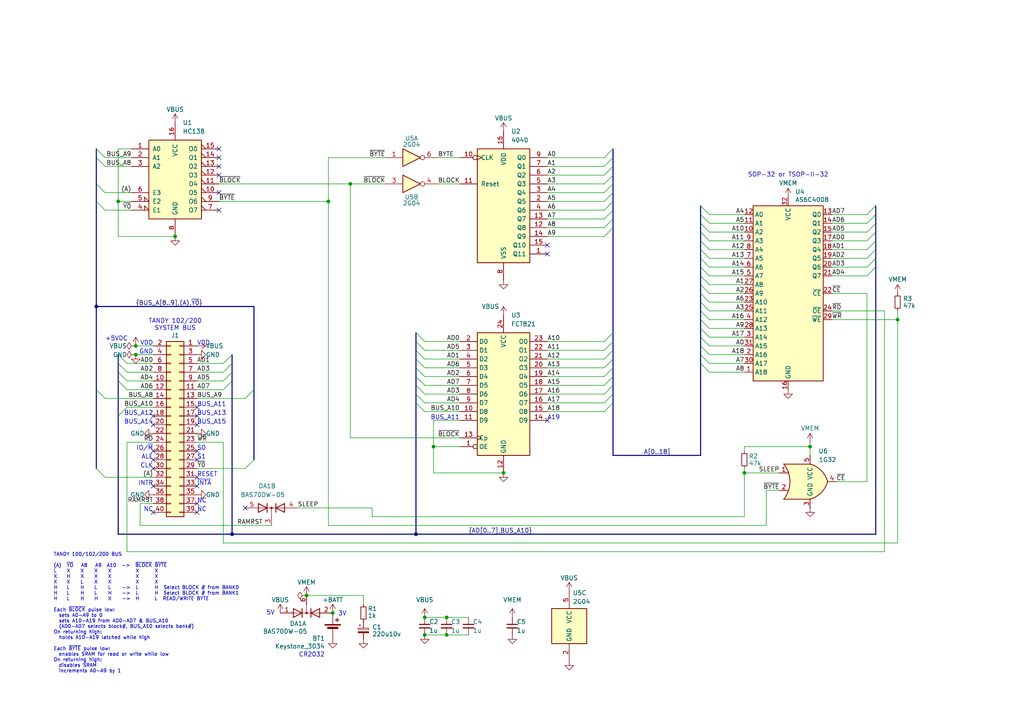
<source format=kicad_sch>
(kicad_sch (version 20231120) (generator "eeschema") (generator_version "8.0")
  (paper "A4")
  (title_block (title "MiniNDP 512") (date "2024-05-21") (rev "B03") (company "Brian K. White - b.kenyon.w@gmail.com") (comment 1 "github.com/bkw777/NODE_DATAPAC") (comment 2 "Use with RAM100.CO or RAM200.CO") (comment 3 "Work-alike of NODE Systems DATAPAC / RAMPAC"))
  (lib_symbols
    (symbol "000_LOCAL:2G04"
      (property "Reference" "U" (at 0 7.62 0))
      (property "Value" "2G04" (at 2.54 -7.62 0))
      (symbol "2G04_1_1"
        (pin input line (at -15.24 0 0) (length 7.62) (name "~") (number "1"))
        (pin output inverted (at 12.7 0 180) (length 7.62) (name "~") (number "6"))
      )
      (symbol "2G04_2_1"
        (pin input line (at -15.24 0 0) (length 7.62) (name "~") (number "3"))
        (pin output inverted (at 12.7 0 180) (length 7.62) (name "~") (number "4"))
      )
      (symbol "2G04_3_1"
        (pin power_in line (at 0 -10.16 90) (length 5.08) (name "GND") (number "2"))
        (pin power_in line (at 0 10.16 270) (length 5.08) (name "VCC") (number "5"))
      )
    )
    (symbol "000_LOCAL:4040" (pin_names (offset 1.016))
      (property "Reference" "U" (at -7.62 16.51 0))
      (property "Value" "4040" (at -7.62 -19.05 0))
      (symbol "4040_1_0"
        (pin output line (at 12.7 -15.24 180) (length 5.08) (name "Q11") (number "1"))
        (pin input inverted_clock (at -12.7 12.7 0) (length 5.08) (name "CLK") (number "10"))
        (pin input line (at -12.7 5.08 0) (length 5.08) (name "Reset") (number "11"))
        (pin output line (at 12.7 -7.62 180) (length 5.08) (name "Q8") (number "12"))
        (pin output line (at 12.7 -5.08 180) (length 5.08) (name "Q7") (number "13"))
        (pin output line (at 12.7 -10.16 180) (length 5.08) (name "Q9") (number "14"))
        (pin output line (at 12.7 -12.7 180) (length 5.08) (name "Q10") (number "15"))
        (pin power_in line (at 0 20.32 270) (length 5.08) (name "VDD") (number "16"))
        (pin output line (at 12.7 0 180) (length 5.08) (name "Q5") (number "2"))
        (pin output line (at 12.7 2.54 180) (length 5.08) (name "Q4") (number "3"))
        (pin output line (at 12.7 -2.54 180) (length 5.08) (name "Q6") (number "4"))
        (pin output line (at 12.7 5.08 180) (length 5.08) (name "Q3") (number "5"))
        (pin output line (at 12.7 7.62 180) (length 5.08) (name "Q2") (number "6"))
        (pin output line (at 12.7 10.16 180) (length 5.08) (name "Q1") (number "7"))
        (pin power_in line (at 0 -22.86 90) (length 5.08) (name "VSS") (number "8"))
        (pin output line (at 12.7 12.7 180) (length 5.08) (name "Q0") (number "9"))
      )
    )
    (symbol "000_LOCAL:74xx138" (pin_names (offset 1.016))
      (property "Reference" "U" (at -7.62 11.43 0))
      (property "Value" "74xx138" (at -7.62 -13.97 0))
      (symbol "74xx138_1_0"
        (pin input line (at -12.7 7.62 0) (length 5.08) (name "A0") (number "1"))
        (pin output output_low (at 12.7 -5.08 180) (length 5.08) (name "O5") (number "10"))
        (pin output output_low (at 12.7 -2.54 180) (length 5.08) (name "O4") (number "11"))
        (pin output output_low (at 12.7 0 180) (length 5.08) (name "O3") (number "12"))
        (pin output output_low (at 12.7 2.54 180) (length 5.08) (name "O2") (number "13"))
        (pin output output_low (at 12.7 5.08 180) (length 5.08) (name "O1") (number "14"))
        (pin output output_low (at 12.7 7.62 180) (length 5.08) (name "O0") (number "15"))
        (pin power_in line (at 0 15.24 270) (length 5.08) (name "VCC") (number "16"))
        (pin input line (at -12.7 5.08 0) (length 5.08) (name "A1") (number "2"))
        (pin input line (at -12.7 2.54 0) (length 5.08) (name "A2") (number "3"))
        (pin input input_low (at -12.7 -10.16 0) (length 5.08) (name "E1") (number "4"))
        (pin input input_low (at -12.7 -7.62 0) (length 5.08) (name "E2") (number "5"))
        (pin input line (at -12.7 -5.08 0) (length 5.08) (name "E3") (number "6"))
        (pin output output_low (at 12.7 -10.16 180) (length 5.08) (name "O7") (number "7"))
        (pin power_in line (at 0 -17.78 90) (length 5.08) (name "GND") (number "8"))
        (pin output output_low (at 12.7 -7.62 180) (length 5.08) (name "O6") (number "9"))
      )
    )
    (symbol "000_LOCAL:74xx1G32" (pin_names (offset 0.762))
      (property "Reference" "U" (at -5.08 7.62 0))
      (property "Value" "74xx1G32" (at 7.62 -7.62 0))
      (symbol "74xx1G32_1_1"
        (pin input line (at -8.89 2.54 0) (length 2.54) (name "~") (number "1"))
        (pin input line (at -8.89 -2.54 0) (length 2.54) (name "~") (number "2"))
        (pin power_in line (at 0 -7.62 90) (length 2.54) (name "GND") (number "3"))
        (pin output line (at 7.62 0 180) (length 2.54) (name "~") (number "4"))
        (pin power_in line (at 0 7.62 270) (length 2.54) (name "VCC") (number "5"))
      )
    )
    (symbol "000_LOCAL:74xx821"
      (property "Reference" "U" (at -7.62 16.51 0))
      (property "Value" "74xx821" (at -9.144 -23.114 0))
      (symbol "74xx821_1_0"
        (pin input inverted (at -12.7 -17.78 0) (length 5.08) (name "OE") (number "1"))
        (pin input line (at -12.7 -7.62 0) (length 5.08) (name "D8") (number "10"))
        (pin input line (at -12.7 -10.16 0) (length 5.08) (name "D9") (number "11"))
        (pin power_in line (at 0 -25.4 90) (length 5.08) (name "GND") (number "12"))
        (pin input clock (at -12.7 -15.24 0) (length 5.08) (name "Cp") (number "13"))
        (pin tri_state line (at 12.7 -10.16 180) (length 5.08) (name "O9") (number "14"))
        (pin tri_state line (at 12.7 -7.62 180) (length 5.08) (name "O8") (number "15"))
        (pin tri_state line (at 12.7 -5.08 180) (length 5.08) (name "O7") (number "16"))
        (pin tri_state line (at 12.7 -2.54 180) (length 5.08) (name "O6") (number "17"))
        (pin tri_state line (at 12.7 0 180) (length 5.08) (name "O5") (number "18"))
        (pin tri_state line (at 12.7 2.54 180) (length 5.08) (name "O4") (number "19"))
        (pin input line (at -12.7 12.7 0) (length 5.08) (name "D0") (number "2"))
        (pin tri_state line (at 12.7 5.08 180) (length 5.08) (name "O3") (number "20"))
        (pin tri_state line (at 12.7 7.62 180) (length 5.08) (name "O2") (number "21"))
        (pin tri_state line (at 12.7 10.16 180) (length 5.08) (name "O1") (number "22"))
        (pin tri_state line (at 12.7 12.7 180) (length 5.08) (name "O0") (number "23"))
        (pin power_in line (at 0 20.32 270) (length 5.08) (name "VCC") (number "24"))
        (pin input line (at -12.7 10.16 0) (length 5.08) (name "D1") (number "3"))
        (pin input line (at -12.7 7.62 0) (length 5.08) (name "D2") (number "4"))
        (pin input line (at -12.7 5.08 0) (length 5.08) (name "D3") (number "5"))
        (pin input line (at -12.7 2.54 0) (length 5.08) (name "D4") (number "6"))
        (pin input line (at -12.7 0 0) (length 5.08) (name "D5") (number "7"))
        (pin input line (at -12.7 -2.54 0) (length 5.08) (name "D6") (number "8"))
        (pin input line (at -12.7 -5.08 0) (length 5.08) (name "D7") (number "9"))
      )
    )
    (symbol "000_LOCAL:AS6C4008_DIP"
      (property "Reference" "U" (at -10.16 23.495 0))
      (property "Value" "AS6C4008_DIP" (at 2.54 23.495 0))
      (symbol "AS6C4008_DIP_1_0"
        (pin power_in line (at 0 -30.48 90) (length 2.54) (name "GND") (number "16"))
        (pin power_in line (at 0 25.4 270) (length 2.54) (name "VCC") (number "32"))
      )
      (symbol "AS6C4008_DIP_1_1"
        (pin input line (at -12.7 -25.4 0) (length 2.54) (name "A18") (number "1"))
        (pin input line (at -12.7 15.24 0) (length 2.54) (name "A2") (number "10"))
        (pin input line (at -12.7 17.78 0) (length 2.54) (name "A1") (number "11"))
        (pin input line (at -12.7 20.32 0) (length 2.54) (name "A0") (number "12"))
        (pin tri_state line (at 12.7 20.32 180) (length 2.54) (name "Q0") (number "13"))
        (pin tri_state line (at 12.7 17.78 180) (length 2.54) (name "Q1") (number "14"))
        (pin tri_state line (at 12.7 15.24 180) (length 2.54) (name "Q2") (number "15"))
        (pin tri_state line (at 12.7 12.7 180) (length 2.54) (name "Q3") (number "17"))
        (pin tri_state line (at 12.7 10.16 180) (length 2.54) (name "Q4") (number "18"))
        (pin tri_state line (at 12.7 7.62 180) (length 2.54) (name "Q5") (number "19"))
        (pin input line (at -12.7 -20.32 0) (length 2.54) (name "A16") (number "2"))
        (pin tri_state line (at 12.7 5.08 180) (length 2.54) (name "Q6") (number "20"))
        (pin tri_state line (at 12.7 2.54 180) (length 2.54) (name "Q7") (number "21"))
        (pin input line (at 12.7 -2.54 180) (length 2.54) (name "~{CE}") (number "22"))
        (pin input line (at -12.7 -5.08 0) (length 2.54) (name "A10") (number "23"))
        (pin input line (at 12.7 -7.62 180) (length 2.54) (name "~{OE}") (number "24"))
        (pin input line (at -12.7 -7.62 0) (length 2.54) (name "A11") (number "25"))
        (pin input line (at -12.7 -2.54 0) (length 2.54) (name "A9") (number "26"))
        (pin input line (at -12.7 0 0) (length 2.54) (name "A8") (number "27"))
        (pin input line (at -12.7 -12.7 0) (length 2.54) (name "A13") (number "28"))
        (pin input line (at 12.7 -10.16 180) (length 2.54) (name "~{WE}") (number "29"))
        (pin input line (at -12.7 -15.24 0) (length 2.54) (name "A14") (number "3"))
        (pin input line (at -12.7 -22.86 0) (length 2.54) (name "A17") (number "30"))
        (pin input line (at -12.7 -17.78 0) (length 2.54) (name "A15") (number "31"))
        (pin input line (at -12.7 -10.16 0) (length 2.54) (name "A12") (number "4"))
        (pin input line (at -12.7 2.54 0) (length 2.54) (name "A7") (number "5"))
        (pin input line (at -12.7 5.08 0) (length 2.54) (name "A6") (number "6"))
        (pin input line (at -12.7 7.62 0) (length 2.54) (name "A5") (number "7"))
        (pin input line (at -12.7 10.16 0) (length 2.54) (name "A4") (number "8"))
        (pin input line (at -12.7 12.7 0) (length 2.54) (name "A3") (number "9"))
      )
    )
    (symbol "000_LOCAL:BAV70S" (pin_names (offset 0.762) hide)
      (property "Reference" "D" (at 0.635 -2.54 0))
      (property "Value" "BAV70S" (at 0 2.54 0))
      (symbol "BAV70S_1_1"
        (pin passive line (at -7.62 0 0) (length 3.81) (name "A") (number "1"))
        (pin passive line (at 7.62 0 180) (length 3.81) (name "A") (number "2"))
        (pin passive line (at 0 -5.08 90) (length 2.54) (name "K") (number "6"))
      )
      (symbol "BAV70S_2_1"
        (pin passive line (at 0 -5.08 90) (length 2.54) (name "K") (number "3"))
        (pin passive line (at -7.62 0 0) (length 3.81) (name "A") (number "4"))
        (pin passive line (at 7.62 0 180) (length 3.81) (name "A") (number "5"))
      )
    )
    (symbol "000_LOCAL:Battery_Cell" (pin_numbers hide) (pin_names (offset 0) hide)
      (property "Reference" "BT" (at 2.54 2.54 0))
      (property "Value" "Battery_Cell" (at 2.54 0 0))
      (symbol "Battery_Cell_1_1"
        (pin passive line (at 0 5.08 270) (length 2.54) (name "+") (number "1"))
        (pin passive line (at 0 -2.54 90) (length 2.54) (name "-") (number "2"))
      )
    )
    (symbol "000_LOCAL:C" (pin_numbers hide) (pin_names (offset 0.254) hide)
      (property "Reference" "C" (at 0.254 1.778 0))
      (property "Value" "C" (at 0.254 -2.032 0))
      (symbol "C_1_1"
        (pin passive line (at 0 2.54 270) (length 2.032) (name "~") (number "1"))
        (pin passive line (at 0 -2.54 90) (length 2.032) (name "~") (number "2"))
      )
    )
    (symbol "000_LOCAL:C_Polarized" (pin_numbers hide) (pin_names (offset 0.254) hide)
      (property "Reference" "C" (at 0.254 1.778 0))
      (property "Value" "C_Polarized_Small" (at 0.254 -2.032 0))
      (symbol "C_Polarized_1_1"
        (pin passive line (at 0 2.54 270) (length 1.8542) (name "~") (number "1"))
        (pin passive line (at 0 -2.54 90) (length 1.8542) (name "~") (number "2"))
      )
    )
    (symbol "000_LOCAL:Conn_02x20_Odd_Even" (pin_names (offset 1.016) hide)
      (property "Reference" "J" (at 1.27 25.4 0))
      (property "Value" "Conn_02x20_Odd_Even" (at 1.27 -27.94 0))
      (symbol "Conn_02x20_Odd_Even_1_1"
        (pin passive line (at -5.08 22.86 0) (length 3.81) (name "Pin_1") (number "1"))
        (pin passive line (at 7.62 12.7 180) (length 3.81) (name "Pin_10") (number "10"))
        (pin passive line (at -5.08 10.16 0) (length 3.81) (name "Pin_11") (number "11"))
        (pin passive line (at 7.62 10.16 180) (length 3.81) (name "Pin_12") (number "12"))
        (pin passive line (at -5.08 7.62 0) (length 3.81) (name "Pin_13") (number "13"))
        (pin passive line (at 7.62 7.62 180) (length 3.81) (name "Pin_14") (number "14"))
        (pin passive line (at -5.08 5.08 0) (length 3.81) (name "Pin_15") (number "15"))
        (pin passive line (at 7.62 5.08 180) (length 3.81) (name "Pin_16") (number "16"))
        (pin passive line (at -5.08 2.54 0) (length 3.81) (name "Pin_17") (number "17"))
        (pin passive line (at 7.62 2.54 180) (length 3.81) (name "Pin_18") (number "18"))
        (pin passive line (at -5.08 0 0) (length 3.81) (name "Pin_19") (number "19"))
        (pin passive line (at 7.62 22.86 180) (length 3.81) (name "Pin_2") (number "2"))
        (pin passive line (at 7.62 0 180) (length 3.81) (name "Pin_20") (number "20"))
        (pin passive line (at -5.08 -2.54 0) (length 3.81) (name "Pin_21") (number "21"))
        (pin passive line (at 7.62 -2.54 180) (length 3.81) (name "Pin_22") (number "22"))
        (pin passive line (at -5.08 -5.08 0) (length 3.81) (name "Pin_23") (number "23"))
        (pin passive line (at 7.62 -5.08 180) (length 3.81) (name "Pin_24") (number "24"))
        (pin passive line (at -5.08 -7.62 0) (length 3.81) (name "Pin_25") (number "25"))
        (pin passive line (at 7.62 -7.62 180) (length 3.81) (name "Pin_26") (number "26"))
        (pin passive line (at -5.08 -10.16 0) (length 3.81) (name "Pin_27") (number "27"))
        (pin passive line (at 7.62 -10.16 180) (length 3.81) (name "Pin_28") (number "28"))
        (pin passive line (at -5.08 -12.7 0) (length 3.81) (name "Pin_29") (number "29"))
        (pin passive line (at -5.08 20.32 0) (length 3.81) (name "Pin_3") (number "3"))
        (pin passive line (at 7.62 -12.7 180) (length 3.81) (name "Pin_30") (number "30"))
        (pin passive line (at -5.08 -15.24 0) (length 3.81) (name "Pin_31") (number "31"))
        (pin passive line (at 7.62 -15.24 180) (length 3.81) (name "Pin_32") (number "32"))
        (pin passive line (at -5.08 -17.78 0) (length 3.81) (name "Pin_33") (number "33"))
        (pin passive line (at 7.62 -17.78 180) (length 3.81) (name "Pin_34") (number "34"))
        (pin passive line (at -5.08 -20.32 0) (length 3.81) (name "Pin_35") (number "35"))
        (pin passive line (at 7.62 -20.32 180) (length 3.81) (name "Pin_36") (number "36"))
        (pin passive line (at -5.08 -22.86 0) (length 3.81) (name "Pin_37") (number "37"))
        (pin passive line (at 7.62 -22.86 180) (length 3.81) (name "Pin_38") (number "38"))
        (pin passive line (at -5.08 -25.4 0) (length 3.81) (name "Pin_39") (number "39"))
        (pin passive line (at 7.62 20.32 180) (length 3.81) (name "Pin_4") (number "4"))
        (pin passive line (at 7.62 -25.4 180) (length 3.81) (name "Pin_40") (number "40"))
        (pin passive line (at -5.08 17.78 0) (length 3.81) (name "Pin_5") (number "5"))
        (pin passive line (at 7.62 17.78 180) (length 3.81) (name "Pin_6") (number "6"))
        (pin passive line (at -5.08 15.24 0) (length 3.81) (name "Pin_7") (number "7"))
        (pin passive line (at 7.62 15.24 180) (length 3.81) (name "Pin_8") (number "8"))
        (pin passive line (at -5.08 12.7 0) (length 3.81) (name "Pin_9") (number "9"))
      )
    )
    (symbol "000_LOCAL:R" (pin_numbers hide) (pin_names (offset 0.254) hide)
      (property "Reference" "R" (at 0.762 0.508 0))
      (property "Value" "R_Small" (at 0.762 -1.016 0))
      (symbol "R_1_1"
        (pin passive line (at 0 2.54 270) (length 0.762) (name "~") (number "1"))
        (pin passive line (at 0 -2.54 90) (length 0.762) (name "~") (number "2"))
      )
    )
    (symbol "2G04_1"
      (property "Reference" "U" (at 0 3.81 0))
      (property "Value" "2G04" (at 0 -3.81 0))
      (symbol "2G04_1_1_1"
        (pin input line (at -7.62 0 0) (length 5.08) (name "~") (number "1"))
        (pin output inverted (at 7.62 0 180) (length 5.08) (name "~") (number "6"))
      )
      (symbol "2G04_1_2_1"
        (pin input line (at -7.62 0 0) (length 5.08) (name "~") (number "3"))
        (pin output inverted (at 7.62 0 180) (length 5.08) (name "~") (number "4"))
      )
      (symbol "2G04_1_3_1"
        (pin power_in line (at 0 -10.16 90) (length 5.08) (name "GND") (number "2"))
        (pin power_in line (at 0 10.16 270) (length 5.08) (name "VCC") (number "5"))
      )
    )
    (symbol "2G04_2"
      (property "Reference" "U" (at 0 3.81 0))
      (property "Value" "2G04" (at 0 -3.81 0))
      (symbol "2G04_2_1_1"
        (pin input line (at -7.62 0 0) (length 5.08) (name "~") (number "1"))
        (pin output inverted (at 7.62 0 180) (length 5.08) (name "~") (number "6"))
      )
      (symbol "2G04_2_2_1"
        (pin input line (at -7.62 0 0) (length 5.08) (name "~") (number "3"))
        (pin output inverted (at 7.62 0 180) (length 5.08) (name "~") (number "4"))
      )
      (symbol "2G04_2_3_1"
        (pin power_in line (at 0 -10.16 90) (length 5.08) (name "GND") (number "2"))
        (pin power_in line (at 0 10.16 270) (length 5.08) (name "VCC") (number "5"))
      )
    )
    (symbol "C_1" (pin_numbers hide) (pin_names (offset 0.254) hide)
      (property "Reference" "C" (at 0.254 1.778 0))
      (property "Value" "C" (at 0.254 -2.032 0))
      (symbol "C_1_1_1"
        (pin passive line (at 0 2.54 270) (length 2.032) (name "~") (number "1"))
        (pin passive line (at 0 -2.54 90) (length 2.032) (name "~") (number "2"))
      )
    )
    (symbol "power:+BATT" (power) (pin_numbers hide) (pin_names (offset 0) hide)
      (property "Value" "+BATT" (at 0 3.556 0))
      (symbol "+BATT_1_1"
        (pin power_in line (at 0 0 90) (length 0) (name "~") (number "1"))
      )
    )
    (symbol "power:GND" (power) (pin_numbers hide) (pin_names (offset 0) hide)
      (property "Value" "GND" (at 0 -3.81 0))
      (symbol "GND_1_1"
        (pin power_in line (at 0 0 270) (length 0) (name "~") (number "1"))
      )
    )
    (symbol "power:PWR_FLAG" (power) (pin_numbers hide) (pin_names (offset 0) hide)
      (property "Value" "PWR_FLAG" (at 0 3.81 0))
      (symbol "PWR_FLAG_0_0"
        (pin power_out line (at 0 0 90) (length 0) (name "~") (number "1"))
      )
    )
    (symbol "power:VBUS" (power) (pin_numbers hide) (pin_names (offset 0) hide)
      (property "Value" "VBUS" (at 0 3.556 0))
      (symbol "VBUS_1_1"
        (pin power_in line (at 0 0 90) (length 0) (name "~") (number "1"))
      )
    )
    (symbol "power:VMEM" (power) (pin_numbers hide) (pin_names (offset 0) hide)
      (property "Value" "VMEM" (at 0 3.556 0))
      (symbol "VMEM_1_1"
        (pin power_in line (at 0 0 90) (length 0) (name "~") (number "1"))
      )
    )
  )
  (junction (at 129.54 179.07))
  (junction (at 34.29 58.42))
  (junction (at 123.19 179.07))
  (junction (at 39.37 100.33))
  (junction (at 96.52 177.8))
  (junction (at 129.54 184.15))
  (junction (at 120.65 154.94))
  (junction (at 39.37 102.87))
  (junction (at 215.9 137.16))
  (junction (at 146.05 137.16))
  (junction (at 67.31 154.94))
  (junction (at 88.9 172.72))
  (junction (at 123.19 184.15))
  (junction (at 50.8 68.58))
  (junction (at 125.73 129.54))
  (junction (at 95.25 58.42))
  (junction (at 101.6 53.34))
  (junction (at 260.35 92.71))
  (junction (at 27.94 88.9))
  (junction (at 234.95 129.54))
  (no_connect (at 57.15 138.43))
  (no_connect (at 63.5 50.8))
  (no_connect (at 57.15 123.19))
  (no_connect (at 44.45 148.59))
  (no_connect (at 57.15 130.81))
  (no_connect (at 57.15 148.59))
  (no_connect (at 63.5 60.96))
  (no_connect (at 44.45 130.81))
  (no_connect (at 158.75 73.66))
  (no_connect (at 44.45 120.65))
  (no_connect (at 63.5 55.88))
  (no_connect (at 44.45 123.19))
  (no_connect (at 63.5 43.18))
  (no_connect (at 44.45 140.97))
  (no_connect (at 63.5 45.72))
  (no_connect (at 44.45 133.35))
  (no_connect (at 44.45 135.89))
  (no_connect (at 57.15 146.05))
  (no_connect (at 158.75 71.12))
  (no_connect (at 57.15 120.65))
  (no_connect (at 158.75 121.92))
  (no_connect (at 57.15 133.35))
  (no_connect (at 57.15 140.97))
  (no_connect (at 63.5 48.26))
  (no_connect (at 57.15 118.11))
  (no_connect (at 71.12 147.32))
  (bus_entry (at 251.46 64.77) (size 2.54 -2.54))
  (bus_entry (at 36.83 110.49) (size -2.54 -2.54))
  (bus_entry (at 120.65 114.3) (size 2.54 2.54))
  (bus_entry (at 205.74 72.39) (size -2.54 -2.54))
  (bus_entry (at 34.29 120.65) (size 2.54 -2.54))
  (bus_entry (at 175.26 109.22) (size 2.54 -2.54))
  (bus_entry (at 175.26 48.26) (size 2.54 -2.54))
  (bus_entry (at 120.65 116.84) (size 2.54 2.54))
  (bus_entry (at 205.74 74.93) (size -2.54 -2.54))
  (bus_entry (at 205.74 85.09) (size -2.54 -2.54))
  (bus_entry (at 175.26 111.76) (size 2.54 -2.54))
  (bus_entry (at 120.65 109.22) (size 2.54 2.54))
  (bus_entry (at 27.94 53.34) (size 2.54 2.54))
  (bus_entry (at 36.83 113.03) (size -2.54 -2.54))
  (bus_entry (at 205.74 97.79) (size -2.54 -2.54))
  (bus_entry (at 36.83 105.41) (size -2.54 -2.54))
  (bus_entry (at 27.94 43.18) (size 2.54 2.54))
  (bus_entry (at 175.26 60.96) (size 2.54 -2.54))
  (bus_entry (at 205.74 80.01) (size -2.54 -2.54))
  (bus_entry (at 205.74 77.47) (size -2.54 -2.54))
  (bus_entry (at 205.74 69.85) (size -2.54 -2.54))
  (bus_entry (at 175.26 68.58) (size 2.54 -2.54))
  (bus_entry (at 175.26 53.34) (size 2.54 -2.54))
  (bus_entry (at 175.26 55.88) (size 2.54 -2.54))
  (bus_entry (at 205.74 82.55) (size -2.54 -2.54))
  (bus_entry (at 205.74 90.17) (size -2.54 -2.54))
  (bus_entry (at 175.26 45.72) (size 2.54 -2.54))
  (bus_entry (at 64.77 105.41) (size 2.54 -2.54))
  (bus_entry (at 73.66 133.35) (size -2.54 2.54))
  (bus_entry (at 175.26 104.14) (size 2.54 -2.54))
  (bus_entry (at 175.26 63.5) (size 2.54 -2.54))
  (bus_entry (at 205.74 105.41) (size -2.54 -2.54))
  (bus_entry (at 251.46 72.39) (size 2.54 -2.54))
  (bus_entry (at 175.26 114.3) (size 2.54 -2.54))
  (bus_entry (at 205.74 64.77) (size -2.54 -2.54))
  (bus_entry (at 175.26 58.42) (size 2.54 -2.54))
  (bus_entry (at 73.66 113.03) (size -2.54 2.54))
  (bus_entry (at 251.46 74.93) (size 2.54 -2.54))
  (bus_entry (at 120.65 111.76) (size 2.54 2.54))
  (bus_entry (at 205.74 102.87) (size -2.54 -2.54))
  (bus_entry (at 27.94 45.72) (size 2.54 2.54))
  (bus_entry (at 27.94 58.42) (size 2.54 2.54))
  (bus_entry (at 205.74 87.63) (size -2.54 -2.54))
  (bus_entry (at 251.46 80.01) (size 2.54 -2.54))
  (bus_entry (at 251.46 77.47) (size 2.54 -2.54))
  (bus_entry (at 175.26 50.8) (size 2.54 -2.54))
  (bus_entry (at 36.83 107.95) (size -2.54 -2.54))
  (bus_entry (at 64.77 113.03) (size 2.54 -2.54))
  (bus_entry (at 120.65 96.52) (size 2.54 2.54))
  (bus_entry (at 175.26 101.6) (size 2.54 -2.54))
  (bus_entry (at 205.74 92.71) (size -2.54 -2.54))
  (bus_entry (at 251.46 67.31) (size 2.54 -2.54))
  (bus_entry (at 120.65 106.68) (size 2.54 2.54))
  (bus_entry (at 251.46 62.23) (size 2.54 -2.54))
  (bus_entry (at 205.74 100.33) (size -2.54 -2.54))
  (bus_entry (at 175.26 99.06) (size 2.54 -2.54))
  (bus_entry (at 205.74 95.25) (size -2.54 -2.54))
  (bus_entry (at 251.46 69.85) (size 2.54 -2.54))
  (bus_entry (at 27.94 113.03) (size 2.54 2.54))
  (bus_entry (at 120.65 104.14) (size 2.54 2.54))
  (bus_entry (at 205.74 107.95) (size -2.54 -2.54))
  (bus_entry (at 175.26 106.68) (size 2.54 -2.54))
  (bus_entry (at 205.74 62.23) (size -2.54 -2.54))
  (bus_entry (at 64.77 107.95) (size 2.54 -2.54))
  (bus_entry (at 175.26 119.38) (size 2.54 -2.54))
  (bus_entry (at 120.65 99.06) (size 2.54 2.54))
  (bus_entry (at 120.65 101.6) (size 2.54 2.54))
  (bus_entry (at 205.74 67.31) (size -2.54 -2.54))
  (bus_entry (at 175.26 116.84) (size 2.54 -2.54))
  (bus_entry (at 30.48 138.43) (size -2.54 -2.54))
  (bus_entry (at 175.26 66.04) (size 2.54 -2.54))
  (bus_entry (at 64.77 110.49) (size 2.54 -2.54))
  (bus (pts (xy 120.65 109.22) (xy 120.65 111.76)))
  (bus (pts (xy 177.8 60.96) (xy 177.8 63.5)))
  (wire (pts (xy 158.75 50.8) (xy 175.26 50.8)))
  (bus (pts (xy 177.8 45.72) (xy 177.8 48.26)))
  (bus (pts (xy 203.2 95.25) (xy 203.2 97.79)))
  (wire (pts (xy 125.73 121.92) (xy 125.73 129.54)))
  (wire (pts (xy 95.25 152.4) (xy 222.25 152.4)))
  (bus (pts (xy 27.94 45.72) (xy 27.94 53.34)))
  (wire (pts (xy 40.64 146.05) (xy 40.64 152.4)))
  (wire (pts (xy 205.74 82.55) (xy 215.9 82.55)))
  (bus (pts (xy 203.2 105.41) (xy 203.2 102.87)))
  (wire (pts (xy 241.3 80.01) (xy 251.46 80.01)))
  (wire (pts (xy 123.19 111.76) (xy 133.35 111.76)))
  (wire (pts (xy 125.73 129.54) (xy 125.73 137.16)))
  (wire (pts (xy 205.74 67.31) (xy 215.9 67.31)))
  (wire (pts (xy 158.75 106.68) (xy 175.26 106.68)))
  (bus (pts (xy 203.2 80.01) (xy 203.2 82.55)))
  (wire (pts (xy 30.48 55.88) (xy 38.1 55.88)))
  (wire (pts (xy 36.83 113.03) (xy 44.45 113.03)))
  (bus (pts (xy 73.66 88.9) (xy 73.66 113.03)))
  (bus (pts (xy 177.8 132.08) (xy 203.2 132.08)))
  (wire (pts (xy 30.48 115.57) (xy 44.45 115.57)))
  (bus (pts (xy 203.2 62.23) (xy 203.2 64.77)))
  (wire (pts (xy 215.9 137.16) (xy 226.06 137.16)))
  (wire (pts (xy 101.6 53.34) (xy 101.6 127)))
  (bus (pts (xy 177.8 114.3) (xy 177.8 116.84)))
  (bus (pts (xy 34.29 105.41) (xy 34.29 107.95)))
  (wire (pts (xy 205.74 87.63) (xy 215.9 87.63)))
  (wire (pts (xy 129.54 179.07) (xy 135.89 179.07)))
  (wire (pts (xy 107.95 149.86) (xy 107.95 147.32)))
  (wire (pts (xy 63.5 58.42) (xy 95.25 58.42)))
  (wire (pts (xy 36.83 105.41) (xy 44.45 105.41)))
  (wire (pts (xy 123.19 119.38) (xy 133.35 119.38)))
  (bus (pts (xy 177.8 55.88) (xy 177.8 58.42)))
  (wire (pts (xy 57.15 115.57) (xy 71.12 115.57)))
  (wire (pts (xy 158.75 60.96) (xy 175.26 60.96)))
  (bus (pts (xy 254 69.85) (xy 254 72.39)))
  (wire (pts (xy 241.3 74.93) (xy 251.46 74.93)))
  (bus (pts (xy 177.8 106.68) (xy 177.8 109.22)))
  (wire (pts (xy 158.75 119.38) (xy 175.26 119.38)))
  (wire (pts (xy 205.74 77.47) (xy 215.9 77.47)))
  (bus (pts (xy 203.2 59.69) (xy 203.2 62.23)))
  (wire (pts (xy 158.75 99.06) (xy 175.26 99.06)))
  (bus (pts (xy 67.31 154.94) (xy 120.65 154.94)))
  (wire (pts (xy 205.74 64.77) (xy 215.9 64.77)))
  (wire (pts (xy 123.19 179.07) (xy 129.54 179.07)))
  (wire (pts (xy 158.75 116.84) (xy 175.26 116.84)))
  (bus (pts (xy 203.2 77.47) (xy 203.2 80.01)))
  (wire (pts (xy 158.75 109.22) (xy 175.26 109.22)))
  (wire (pts (xy 205.74 90.17) (xy 215.9 90.17)))
  (bus (pts (xy 203.2 74.93) (xy 203.2 77.47)))
  (wire (pts (xy 205.74 100.33) (xy 215.9 100.33)))
  (wire (pts (xy 39.37 100.33) (xy 44.45 100.33)))
  (wire (pts (xy 260.35 92.71) (xy 260.35 157.48)))
  (wire (pts (xy 64.77 128.27) (xy 64.77 157.48)))
  (bus (pts (xy 34.29 120.65) (xy 34.29 154.94)))
  (wire (pts (xy 234.95 128.27) (xy 234.95 129.54)))
  (wire (pts (xy 205.74 69.85) (xy 215.9 69.85)))
  (bus (pts (xy 203.2 69.85) (xy 203.2 72.39)))
  (wire (pts (xy 123.19 109.22) (xy 133.35 109.22)))
  (bus (pts (xy 254 72.39) (xy 254 74.93)))
  (bus (pts (xy 203.2 82.55) (xy 203.2 85.09)))
  (wire (pts (xy 127 45.72) (xy 133.35 45.72)))
  (wire (pts (xy 215.9 135.89) (xy 215.9 137.16)))
  (wire (pts (xy 57.15 105.41) (xy 64.77 105.41)))
  (wire (pts (xy 36.83 110.49) (xy 44.45 110.49)))
  (bus (pts (xy 27.94 113.03) (xy 27.94 135.89)))
  (bus (pts (xy 177.8 48.26) (xy 177.8 50.8)))
  (wire (pts (xy 158.75 48.26) (xy 175.26 48.26)))
  (bus (pts (xy 177.8 104.14) (xy 177.8 106.68)))
  (bus (pts (xy 177.8 43.18) (xy 177.8 45.72)))
  (bus (pts (xy 254 64.77) (xy 254 67.31)))
  (wire (pts (xy 95.25 45.72) (xy 111.76 45.72)))
  (bus (pts (xy 177.8 50.8) (xy 177.8 53.34)))
  (bus (pts (xy 177.8 99.06) (xy 177.8 101.6)))
  (bus (pts (xy 177.8 109.22) (xy 177.8 111.76)))
  (wire (pts (xy 158.75 58.42) (xy 175.26 58.42)))
  (wire (pts (xy 158.75 111.76) (xy 175.26 111.76)))
  (wire (pts (xy 205.74 97.79) (xy 215.9 97.79)))
  (bus (pts (xy 203.2 132.08) (xy 203.2 105.41)))
  (bus (pts (xy 120.65 106.68) (xy 120.65 109.22)))
  (wire (pts (xy 127 53.34) (xy 133.35 53.34)))
  (wire (pts (xy 234.95 129.54) (xy 234.95 132.08)))
  (wire (pts (xy 158.75 45.72) (xy 175.26 45.72)))
  (bus (pts (xy 177.8 101.6) (xy 177.8 104.14)))
  (wire (pts (xy 123.19 184.15) (xy 129.54 184.15)))
  (bus (pts (xy 73.66 113.03) (xy 73.66 133.35)))
  (wire (pts (xy 129.54 184.15) (xy 135.89 184.15)))
  (wire (pts (xy 241.3 92.71) (xy 260.35 92.71)))
  (wire (pts (xy 241.3 69.85) (xy 251.46 69.85)))
  (wire (pts (xy 123.19 99.06) (xy 133.35 99.06)))
  (bus (pts (xy 34.29 110.49) (xy 34.29 120.65)))
  (wire (pts (xy 57.15 128.27) (xy 64.77 128.27)))
  (wire (pts (xy 123.19 116.84) (xy 133.35 116.84)))
  (wire (pts (xy 101.6 53.34) (xy 111.76 53.34)))
  (wire (pts (xy 205.74 62.23) (xy 215.9 62.23)))
  (wire (pts (xy 158.75 101.6) (xy 175.26 101.6)))
  (wire (pts (xy 39.37 102.87) (xy 44.45 102.87)))
  (wire (pts (xy 222.25 142.24) (xy 226.06 142.24)))
  (wire (pts (xy 158.75 68.58) (xy 175.26 68.58)))
  (bus (pts (xy 177.8 132.08) (xy 177.8 116.84)))
  (wire (pts (xy 158.75 55.88) (xy 175.26 55.88)))
  (bus (pts (xy 254 62.23) (xy 254 64.77)))
  (wire (pts (xy 63.5 53.34) (xy 101.6 53.34)))
  (wire (pts (xy 105.41 172.72) (xy 88.9 172.72)))
  (bus (pts (xy 27.94 53.34) (xy 27.94 58.42)))
  (wire (pts (xy 34.29 58.42) (xy 34.29 68.58)))
  (bus (pts (xy 120.65 116.84) (xy 120.65 154.94)))
  (bus (pts (xy 254 74.93) (xy 254 77.47)))
  (bus (pts (xy 203.2 72.39) (xy 203.2 74.93)))
  (bus (pts (xy 67.31 105.41) (xy 67.31 107.95)))
  (bus (pts (xy 203.2 64.77) (xy 203.2 67.31)))
  (bus (pts (xy 254 59.69) (xy 254 62.23)))
  (bus (pts (xy 203.2 85.09) (xy 203.2 87.63)))
  (bus (pts (xy 67.31 107.95) (xy 67.31 110.49)))
  (wire (pts (xy 241.3 72.39) (xy 251.46 72.39)))
  (bus (pts (xy 203.2 97.79) (xy 203.2 100.33)))
  (wire (pts (xy 123.19 104.14) (xy 133.35 104.14)))
  (wire (pts (xy 205.74 85.09) (xy 215.9 85.09)))
  (bus (pts (xy 203.2 90.17) (xy 203.2 92.71)))
  (bus (pts (xy 120.65 101.6) (xy 120.65 104.14)))
  (wire (pts (xy 95.25 58.42) (xy 95.25 152.4)))
  (bus (pts (xy 34.29 107.95) (xy 34.29 110.49)))
  (wire (pts (xy 215.9 129.54) (xy 234.95 129.54)))
  (bus (pts (xy 254 77.47) (xy 254 154.94)))
  (wire (pts (xy 34.29 68.58) (xy 50.8 68.58)))
  (wire (pts (xy 57.15 107.95) (xy 64.77 107.95)))
  (wire (pts (xy 158.75 114.3) (xy 175.26 114.3)))
  (wire (pts (xy 205.74 72.39) (xy 215.9 72.39)))
  (wire (pts (xy 242.57 139.7) (xy 251.46 139.7)))
  (wire (pts (xy 95.25 45.72) (xy 95.25 58.42)))
  (bus (pts (xy 177.8 53.34) (xy 177.8 55.88)))
  (wire (pts (xy 205.74 80.01) (xy 215.9 80.01)))
  (bus (pts (xy 27.94 43.18) (xy 27.94 45.72)))
  (wire (pts (xy 222.25 142.24) (xy 222.25 152.4)))
  (bus (pts (xy 254 67.31) (xy 254 69.85)))
  (bus (pts (xy 67.31 102.87) (xy 67.31 105.41)))
  (wire (pts (xy 241.3 67.31) (xy 251.46 67.31)))
  (wire (pts (xy 123.19 106.68) (xy 133.35 106.68)))
  (bus (pts (xy 203.2 100.33) (xy 203.2 102.87)))
  (wire (pts (xy 34.29 43.18) (xy 34.29 58.42)))
  (wire (pts (xy 205.74 107.95) (xy 215.9 107.95)))
  (wire (pts (xy 158.75 53.34) (xy 175.26 53.34)))
  (wire (pts (xy 241.3 64.77) (xy 251.46 64.77)))
  (bus (pts (xy 120.65 111.76) (xy 120.65 114.3)))
  (wire (pts (xy 241.3 62.23) (xy 251.46 62.23)))
  (bus (pts (xy 120.65 99.06) (xy 120.65 101.6)))
  (bus (pts (xy 177.8 58.42) (xy 177.8 60.96)))
  (wire (pts (xy 205.74 102.87) (xy 215.9 102.87)))
  (wire (pts (xy 241.3 77.47) (xy 251.46 77.47)))
  (wire (pts (xy 36.83 128.27) (xy 36.83 160.02)))
  (wire (pts (xy 36.83 107.95) (xy 44.45 107.95)))
  (bus (pts (xy 177.8 96.52) (xy 177.8 99.06)))
  (wire (pts (xy 57.15 113.03) (xy 64.77 113.03)))
  (bus (pts (xy 27.94 88.9) (xy 27.94 113.03)))
  (wire (pts (xy 34.29 43.18) (xy 38.1 43.18)))
  (wire (pts (xy 260.35 90.17) (xy 260.35 92.71)))
  (wire (pts (xy 44.45 128.27) (xy 36.83 128.27)))
  (wire (pts (xy 260.35 157.48) (xy 64.77 157.48)))
  (wire (pts (xy 57.15 110.49) (xy 64.77 110.49)))
  (wire (pts (xy 30.48 48.26) (xy 38.1 48.26)))
  (wire (pts (xy 251.46 85.09) (xy 251.46 139.7)))
  (bus (pts (xy 203.2 92.71) (xy 203.2 95.25)))
  (wire (pts (xy 125.73 121.92) (xy 133.35 121.92)))
  (bus (pts (xy 27.94 88.9) (xy 73.66 88.9)))
  (wire (pts (xy 57.15 135.89) (xy 71.12 135.89)))
  (bus (pts (xy 27.94 58.42) (xy 27.94 88.9)))
  (wire (pts (xy 158.75 63.5) (xy 175.26 63.5)))
  (wire (pts (xy 123.19 101.6) (xy 133.35 101.6)))
  (wire (pts (xy 105.41 175.26) (xy 105.41 172.72)))
  (bus (pts (xy 120.65 154.94) (xy 254 154.94)))
  (wire (pts (xy 205.74 105.41) (xy 215.9 105.41)))
  (bus (pts (xy 67.31 110.49) (xy 67.31 154.94)))
  (wire (pts (xy 40.64 146.05) (xy 44.45 146.05)))
  (bus (pts (xy 177.8 63.5) (xy 177.8 66.04)))
  (wire (pts (xy 125.73 137.16) (xy 146.05 137.16)))
  (bus (pts (xy 120.65 104.14) (xy 120.65 106.68)))
  (bus (pts (xy 177.8 66.04) (xy 177.8 96.52)))
  (wire (pts (xy 158.75 66.04) (xy 175.26 66.04)))
  (wire (pts (xy 125.73 129.54) (xy 133.35 129.54)))
  (wire (pts (xy 36.83 118.11) (xy 44.45 118.11)))
  (wire (pts (xy 215.9 129.54) (xy 215.9 130.81)))
  (wire (pts (xy 205.74 74.93) (xy 215.9 74.93)))
  (wire (pts (xy 251.46 85.09) (xy 241.3 85.09)))
  (bus (pts (xy 203.2 87.63) (xy 203.2 90.17)))
  (wire (pts (xy 241.3 90.17) (xy 256.54 90.17)))
  (bus (pts (xy 203.2 67.31) (xy 203.2 69.85)))
  (wire (pts (xy 30.48 60.96) (xy 38.1 60.96)))
  (wire (pts (xy 123.19 114.3) (xy 133.35 114.3)))
  (wire (pts (xy 256.54 160.02) (xy 256.54 90.17)))
  (wire (pts (xy 30.48 138.43) (xy 44.45 138.43)))
  (bus (pts (xy 34.29 102.87) (xy 34.29 105.41)))
  (wire (pts (xy 205.74 92.71) (xy 215.9 92.71)))
  (wire (pts (xy 30.48 45.72) (xy 38.1 45.72)))
  (bus (pts (xy 120.65 114.3) (xy 120.65 116.84)))
  (wire (pts (xy 158.75 104.14) (xy 175.26 104.14)))
  (wire (pts (xy 40.64 152.4) (xy 78.74 152.4)))
  (wire (pts (xy 107.95 149.86) (xy 215.9 149.86)))
  (wire (pts (xy 215.9 137.16) (xy 215.9 149.86)))
  (wire (pts (xy 205.74 95.25) (xy 215.9 95.25)))
  (bus (pts (xy 120.65 96.52) (xy 120.65 99.06)))
  (bus (pts (xy 34.29 154.94) (xy 67.31 154.94)))
  (bus (pts (xy 177.8 111.76) (xy 177.8 114.3)))
  (wire (pts (xy 107.95 147.32) (xy 86.36 147.32)))
  (wire (pts (xy 34.29 58.42) (xy 38.1 58.42)))
  (wire (pts (xy 101.6 127) (xy 133.35 127)))
  (wire (pts (xy 36.83 160.02) (xy 256.54 160.02)))
  (text "BUS_A11" (at 57.15 118.11 0) (effects (font (size 1.27 1.27)) (justify left bottom)))
  (text "TANDY 102/200\nSYSTEM BUS" (at 50.8 96.012 0) (effects (font (size 1.27 1.27)) (justify bottom)))
  (text "+5VDC" (at 30.48 99.06 0) (effects (font (size 1.27 1.27)) (justify left bottom)))
  (text "BUS_A15" (at 57.15 123.19 0) (effects (font (size 1.27 1.27)) (justify left bottom)))
  (text "INTR" (at 44.45 140.97 0) (effects (font (size 1.27 1.27)) (justify right bottom)))
  (text "BUS_A14" (at 44.45 123.19 0) (effects (font (size 1.27 1.27)) (justify right bottom)))
  (text "ALE" (at 44.45 133.35 0) (effects (font (size 1.27 1.27)) (justify right bottom)))
  (text "S1" (at 57.15 133.35 0) (effects (font (size 1.27 1.27)) (justify left bottom)))
  (text "SOP-32 or TSOP-II-32" (at 228.6 50.8 0) (effects (font (size 1.27 1.27))))
  (text "NC" (at 57.15 148.59 0) (effects (font (size 1.27 1.27)) (justify left bottom)))
  (text "NC" (at 57.15 146.05 0) (effects (font (size 1.27 1.27)) (justify left bottom)))
  (text "~{INTA}" (at 57.15 140.97 0) (effects (font (size 1.27 1.27)) (justify left bottom)))
  (text "CR2032" (at 90.424 189.992 0) (effects (font (size 1.27 1.27))))
  (text "CLK" (at 44.45 135.89 0) (effects (font (size 1.27 1.27)) (justify right bottom)))
  (text "GND" (at 44.45 102.87 0) (effects (font (size 1.27 1.27)) (justify right bottom)))
  (text "IO/~{M}" (at 44.45 130.81 0) (effects (font (size 1.27 1.27)) (justify right bottom)))
  (text "VDD" (at 44.45 100.33 0) (effects (font (size 1.27 1.27)) (justify right bottom)))
  (text "BUS_A11" (at 133.35 121.92 0) (effects (font (size 1.27 1.27)) (justify right bottom)))
  (text "TANDY 100/102/200 BUS\n\n(A)	~{YO}   A8   A9  A10  ->  ~{BLOCK} ~{BYTE}\nL	X	X	X	X		X	  X\nX	H	X	X	X		X	  X\nX	X	L	X	X		X	  X\nH	L	H	L	L	->  L	  H  Select BLOCK # from BANK0\nH	L	H	L	H	->  L	  H  Select BLOCK # from BANK1\nH	L	H	H	X	->  H	  L  READ/WRITE BYTE\n\nEach ~{BLOCK} pulse low:\n  sets A0-A9 to 0\n  sets A10-A19 from AD0-AD7 & BUS_A10\n  (AD0-AD7 selects block#, BUS_A10 selects bank#)\nOn returning high:\n  holds A10-A19 latched while high\n\nEach ~{BYTE} pulse low:\n  enables SRAM for read or write while low\nOn returning high:\n  disables SRAM\n  increments A0-A9 by 1\n" (at 15.494 195.326 0) (effects (font (size 1 1)) (justify left bottom)))
  (text "3V" (at 98.044 178.816 0) (effects (font (size 1.27 1.27)) (justify left bottom)))
  (text "S0" (at 57.15 130.81 0) (effects (font (size 1.27 1.27)) (justify left bottom)))
  (text "RESET" (at 57.15 138.43 0) (effects (font (size 1.27 1.27)) (justify left bottom)))
  (text "A19" (at 158.75 121.92 0) (effects (font (size 1.27 1.27)) (justify left bottom)))
  (text "NC" (at 44.45 148.59 0) (effects (font (size 1.27 1.27)) (justify right bottom)))
  (text "VDD" (at 57.15 100.33 0) (effects (font (size 1.27 1.27)) (justify left bottom)))
  (text "5V" (at 77.216 178.562 0) (effects (font (size 1.27 1.27)) (justify left bottom)))
  (text "BUS_A13" (at 57.15 120.65 0) (effects (font (size 1.27 1.27)) (justify left bottom)))
  (text "BUS_A12" (at 44.45 120.65 0) (effects (font (size 1.27 1.27)) (justify right bottom)))
  (label "BUS_A8" (at 44.45 115.57 180))
  (label "~{RD}" (at 241.3 90.17 0))
  (label "A17" (at 158.75 116.84 0))
  (label "AD3" (at 57.15 107.95 0))
  (label "A1" (at 215.9 82.55 180))
  (label "A2" (at 636.27 17.78 0))
  (label "~{CE}" (at 241.3 85.09 0))
  (label "A7" (at 215.9 105.41 180))
  (label "AD5" (at 133.35 101.6 180))
  (label "A13" (at 215.9 74.93 180))
  (label "AD0" (at 241.3 69.85 0))
  (label "~{CE}" (at 242.57 139.7 0))
  (label "A16" (at 215.9 92.71 180))
  (label "A11" (at 158.75 101.6 0))
  (label "AD6" (at 133.35 106.68 180))
  (label "~{Y0}" (at 38.1 60.96 180))
  (label "AD1" (at 57.15 105.41 0))
  (label "{AD[0..7],BUS_A10}" (at 135.89 154.94 0))
  (label "A2" (at 843.28 -5.08 0))
  (label "AD5" (at 241.3 67.31 0))
  (label "A10" (at 158.75 99.06 0))
  (label "RAMRST" (at 44.45 146.05 180))
  (label "AD7" (at 57.15 113.03 0))
  (label "AD2" (at 44.45 107.95 180))
  (label "~{Y0}" (at 57.15 135.89 0))
  (label "AD1" (at 241.3 72.39 0))
  (label "A12" (at 158.75 104.14 0))
  (label "A17" (at 215.9 97.79 180))
  (label "A0" (at 636.27 12.7 0))
  (label "A8" (at 158.75 66.04 0))
  (label "AD0" (at 133.35 99.06 180))
  (label "A3" (at 215.9 90.17 180))
  (label "A[0..18]" (at 186.69 132.08 0))
  (label "A8" (at 215.9 107.95 180))
  (label "(A)" (at 38.1 55.88 180))
  (label "A18" (at 215.9 102.87 180))
  (label "A18" (at 158.75 119.38 0))
  (label "~{BYTE}" (at 111.76 45.72 180))
  (label "RAMRST" (at 76.2 152.4 180))
  (label "A3" (at 843.28 -2.54 0))
  (label "A4" (at 604.52 12.7 0))
  (label "A1" (at 158.75 48.26 0))
  (label "AD6" (at 44.45 113.03 180))
  (label "A2" (at 215.9 85.09 180))
  (label "A15" (at 215.9 80.01 180))
  (label "A1" (at 636.27 15.24 0))
  (label "A4" (at 158.75 55.88 0))
  (label "~{BLOCK}" (at 63.5 53.34 0))
  (label "A6" (at 604.52 17.78 0))
  (label "A9" (at 158.75 68.58 0))
  (label "A6" (at 158.75 60.96 0))
  (label "A6" (at 215.9 87.63 180))
  (label "A9" (at 215.9 95.25 180))
  (label "A1" (at 843.28 -7.62 0))
  (label "A3" (at 636.27 20.32 0))
  (label "AD4" (at 133.35 116.84 180))
  (label "AD7" (at 241.3 62.23 0))
  (label "~{BLOCK}" (at 111.76 53.34 180))
  (label "AD4" (at 241.3 80.01 0))
  (label "AD2" (at 133.35 109.22 180))
  (label "A15" (at 158.75 111.76 0))
  (label "A13" (at 158.75 106.68 0))
  (label "BUS_A10" (at 133.35 119.38 180))
  (label "BUS_A10" (at 44.45 118.11 180))
  (label "AD0" (at 44.45 105.41 180))
  (label "~{WR}" (at 241.3 92.71 0))
  (label "A16" (at 158.75 114.3 0))
  (label "A5" (at 604.52 15.24 0))
  (label "A3" (at 158.75 53.34 0))
  (label "AD3" (at 241.3 77.47 0))
  (label "A7" (at 604.52 20.32 0))
  (label "{BUS_A[8..9],(A),~{Y0}}" (at 39.37 88.9 0))
  (label "BUS_A9" (at 38.1 45.72 180))
  (label "A0" (at 843.28 -10.16 0))
  (label "AD4" (at 44.45 110.49 180))
  (label "A11" (at 215.9 69.85 180))
  (label "A12" (at 215.9 72.39 180))
  (label "BYTE" (at 127 45.72 0))
  (label "A0" (at 215.9 100.33 180))
  (label "~{BLOCK}" (at 133.35 127 180))
  (label "A14" (at 158.75 109.22 0))
  (label "A5" (at 215.9 64.77 180))
  (label "SLEEP" (at 226.06 137.16 180))
  (label "BUS_A8" (at 38.1 48.26 180))
  (label "AD2" (at 241.3 74.93 0))
  (label "AD7" (at 133.35 111.76 180))
  (label "A0" (at 158.75 45.72 0))
  (label "A14" (at 215.9 77.47 180))
  (label "AD1" (at 133.35 104.14 180))
  (label "A2" (at 158.75 50.8 0))
  (label "~{WR}" (at 57.15 128.27 0))
  (label "A7" (at 158.75 63.5 0))
  (label "~{BYTE}" (at 226.06 142.24 180))
  (label "BLOCK" (at 127 53.34 0))
  (label "(A)" (at 44.45 138.43 180))
  (label "A10" (at 215.9 67.31 180))
  (label "BUS_A9" (at 57.15 115.57 0))
  (label "AD6" (at 241.3 64.77 0))
  (label "~{RD}" (at 44.45 128.27 180))
  (label "AD5" (at 57.15 110.49 0))
  (label "~{BYTE}" (at 63.5 58.42 0))
  (label "SLEEP" (at 86.36 147.32 0))
  (label "A5" (at 158.75 58.42 0))
  (label "A4" (at 215.9 62.23 180))
  (label "AD3" (at 133.35 114.3 180))
  (symbol (lib_id "000_LOCAL:C_Polarized") (at 105.41 182.88 0) (unit 1)
    (property "Reference" "C1" (at 107.95 181.864 0) (effects (justify left)))
    (property "Value" "220u10v" (at 107.95 183.896 0) (effects (justify left)))
    (property "Footprint" "000_LOCAL:CP_6032" (effects (hide yes)))
    (property "Datasheet" "datasheets/TAJ.odf" (effects (hide yes)))
  )
  (symbol (lib_id "000_LOCAL:AS6C4008_DIP") (at 228.6 82.55 0) (unit 1)
    (property "Reference" "U4" (at 230.632 55.626 0) (effects (justify left)))
    (property "Value" "AS6C4008" (at 230.632 57.912 0) (effects (justify left)))
    (property "Footprint" "000_LOCAL:TSOP-II-SOP-32_dual" (effects (hide yes)))
    (property "Datasheet" "datasheets/AS6C4008.pdf" (effects (hide yes)))
    (property "Description" "512K x 8 High-Speed CMOS Static RAM, DIP-32/SOP-32/TSOP-32" (effects (hide yes)))
  )
  (symbol (lib_id "power:GND") (at 57.15 143.51 90) (unit 1)
    (property "Reference" "#PWR08" (effects (hide yes)))
    (property "Value" "GND" (at 59.69 143.51 90) (effects (justify right)))
    (property "Description" "Power symbol creates a global label with name \"GND\" , ground" (effects (hide yes)))
  )
  (symbol (lib_id "power:VMEM") (at 88.9 172.72 0) (unit 1)
    (property "Reference" "#PWR010" (effects (hide yes)))
    (property "Value" "VMEM" (at 88.9 168.91 0))
    (property "Description" "Power symbol creates a global label with name \"VMEM\"" (effects (hide yes)))
  )
  (symbol (lib_id "power:VBUS") (at 39.37 100.33 0) (unit 1)
    (property "Reference" "#PWR01" (effects (hide yes)))
    (property "Value" "VBUS" (at 36.83 100.33 0) (effects (justify right)))
    (property "Description" "Power symbol creates a global label with name \"VBUS\"" (effects (hide yes)))
  )
  (symbol (lib_id "power:GND") (at 228.6 113.03 0) (unit 1)
    (property "Reference" "#PWR026" (effects (hide yes)))
    (property "Value" "GND" (effects (hide yes)))
    (property "Description" "Power symbol creates a global label with name \"GND\" , ground" (effects (hide yes)))
  )
  (symbol (lib_id "000_LOCAL:74xx821") (at 146.05 111.76 0) (unit 1)
    (property "Reference" "U3" (at 148.2441 91.44 0) (effects (justify left)))
    (property "Value" "FCT821" (at 148.2441 93.98 0) (effects (justify left)))
    (property "Footprint" "000_LOCAL:SOIC-24" (effects (hide yes)))
    (property "Datasheet" "datasheets/CY74FCT821T.pdf" (effects (hide yes)))
    (property "Description" "10-bit Register, 3-state outputs" (effects (hide yes)))
  )
  (symbol (lib_id "000_LOCAL:Battery_Cell") (at 96.52 182.88 0) (unit 1)
    (property "Reference" "BT1" (at 94.234 185.166 0) (effects (justify right)))
    (property "Value" "Keystone_3034" (at 94.234 187.452 0) (effects (justify right)))
    (property "Footprint" "000_LOCAL:Keystone_3028_3034" (effects (hide yes)))
    (property "Datasheet" "datasheets/Keystone_3034.pdf" (effects (hide yes)))
  )
  (symbol (lib_id "power:GND") (at 146.05 81.28 0) (unit 1)
    (property "Reference" "#PWR024" (effects (hide yes)))
    (property "Value" "GND" (effects (hide yes)))
    (property "Description" "Power symbol creates a global label with name \"GND\" , ground" (effects (hide yes)))
  )
  (symbol (lib_id "power:GND") (at 50.8 68.58 0) (unit 1)
    (property "Reference" "#PWR022" (effects (hide yes)))
    (property "Value" "GND" (effects (hide yes)))
    (property "Description" "Power symbol creates a global label with name \"GND\" , ground" (effects (hide yes)))
  )
  (symbol (lib_id "power:GND") (at 44.45 125.73 270) (unit 1)
    (property "Reference" "#PWR05" (effects (hide yes)))
    (property "Value" "GND" (at 41.91 125.73 90) (effects (justify right)))
    (property "Description" "Power symbol creates a global label with name \"GND\" , ground" (effects (hide yes)))
  )
  (symbol (lib_id "power:VMEM") (at 228.6 57.15 0) (unit 1)
    (property "Reference" "#PWR012" (effects (hide yes)))
    (property "Value" "VMEM" (at 228.6 53.086 0))
    (property "Description" "Power symbol creates a global label with name \"VMEM\"" (effects (hide yes)))
  )
  (symbol (lib_id "power:PWR_FLAG") (at 39.37 100.33 90) (unit 1)
    (property "Reference" "#FLG01" (effects (hide yes)))
    (property "Value" "PWR_FLAG" (effects (hide yes)))
    (property "Description" "Special symbol for telling ERC where power comes from" (effects (hide yes)))
  )
  (symbol (lib_id "000_LOCAL:BAV70S") (at 88.9 177.8 0) (mirror x) (unit 1)
    (property "Reference" "DA1" (at 88.9 180.848 0) (effects (justify right)))
    (property "Value" "BAS70DW-05" (at 89.154 183.134 0) (effects (justify right)))
    (property "Footprint" "000_LOCAL:SOT-363_SC-70-6_symmetric" (effects (hide yes)))
    (property "Datasheet" "datasheets/BAS70.pdf" (effects (hide yes)))
  )
  (symbol (lib_id "power:GND") (at 96.52 185.42 0) (unit 1)
    (property "Reference" "#PWR058" (effects (hide yes)))
    (property "Value" "GND" (effects (hide yes)))
    (property "Description" "Power symbol creates a global label with name \"GND\" , ground" (effects (hide yes)))
  )
  (symbol (lib_id "power:GND") (at 44.45 143.51 270) (unit 1)
    (property "Reference" "#PWR07" (effects (hide yes)))
    (property "Value" "GND" (at 41.91 143.51 90) (effects (justify right)))
    (property "Description" "Power symbol creates a global label with name \"GND\" , ground" (effects (hide yes)))
  )
  (symbol (lib_id "power:VBUS") (at 57.15 100.33 270) (unit 1)
    (property "Reference" "#PWR042" (effects (hide yes)))
    (property "Value" "VBUS" (at 62.23 100.33 90))
    (property "Description" "Power symbol creates a global label with name \"VBUS\"" (effects (hide yes)))
  )
  (symbol (lib_id "power:GND") (at 39.37 102.87 0) (unit 1)
    (property "Reference" "#PWR03" (effects (hide yes)))
    (property "Value" "GND" (at 36.83 102.87 0) (effects (justify right)))
    (property "Description" "Power symbol creates a global label with name \"GND\" , ground" (effects (hide yes)))
  )
  (symbol (lib_id "000_LOCAL:2G04") (at 165.1 181.61 0) (unit 3)
    (property "Reference" "U5" (at 166.116 171.958 0) (effects (justify left)))
    (property "Value" "2G04" (at 166.116 174.498 0) (effects (justify left)))
    (property "Footprint" "000_LOCAL:SOT-363_SC-70-6" (effects (hide yes)))
    (property "Datasheet" "datasheets/2G04.pdf" (effects (hide yes)))
    (property "Description" "Dual NOT Gate, Low-Voltage CMOS" (effects (hide yes)))
  )
  (symbol (lib_id "000_LOCAL:BAV70S") (at 78.74 147.32 0) (mirror y) (unit 2)
    (property "Reference" "DA1" (at 77.47 140.97 0))
    (property "Value" "BAS70DW-05" (at 76.2 143.51 0))
    (property "Footprint" "000_LOCAL:SOT-363_SC-70-6_symmetric" (effects (hide yes)))
    (property "Datasheet" "datasheets/BAS70.pdf" (effects (hide yes)))
  )
  (symbol (lib_id "power:VMEM") (at 148.59 179.07 0) (unit 1) (on_board no)
    (property "Reference" "#PWR055" (effects (hide yes)))
    (property "Value" "VMEM" (at 148.59 173.99 0))
    (property "Description" "Power symbol creates a global label with name \"VMEM\"" (effects (hide yes)))
  )
  (symbol (lib_id "000_LOCAL:74xx138") (at 50.8 50.8 0) (unit 1)
    (property "Reference" "U1" (at 52.9941 35.56 0) (effects (justify left)))
    (property "Value" "HC138" (at 52.9941 38.1 0) (effects (justify left)))
    (property "Footprint" "000_LOCAL:TSSOP-16" (effects (hide yes)))
    (property "Datasheet" "datasheets/74xx138.pdf" (effects (hide yes)))
  )
  (symbol (lib_name "C_1") (lib_id "000_LOCAL:C") (at 148.59 181.61 0) (unit 1)
    (property "Reference" "C5" (at 149.86 180.34 0) (effects (justify left)))
    (property "Value" "1u" (at 149.86 182.88 0) (effects (justify left)))
    (property "Footprint" "000_LOCAL:C_0805" (effects (hide yes)))
  )
  (symbol (lib_id "power:GND") (at 165.1 191.77 0) (unit 1)
    (property "Reference" "#PWR029" (effects (hide yes)))
    (property "Value" "GND" (effects (hide yes)))
    (property "Description" "Power symbol creates a global label with name \"GND\" , ground" (effects (hide yes)))
  )
  (symbol (lib_id "000_LOCAL:74xx1G32") (at 234.95 139.7 0) (unit 1)
    (property "Reference" "U6" (at 238.76 130.81 0))
    (property "Value" "1G32" (at 240.03 133.35 0))
    (property "Footprint" "000_LOCAL:SOT-353_SC-70-5" (effects (hide yes)))
    (property "Datasheet" "datasheets/74xx1G32.pdf" (effects (hide yes)))
  )
  (symbol (lib_id "power:PWR_FLAG") (at 39.37 102.87 90) (unit 1)
    (property "Reference" "#FLG03" (effects (hide yes)))
    (property "Value" "PWR_FLAG" (effects (hide yes)))
    (property "Description" "Special symbol for telling ERC where power comes from" (effects (hide yes)))
  )
  (symbol (lib_id "power:GND") (at 123.19 184.15 0) (unit 1)
    (property "Reference" "#PWR023" (effects (hide yes)))
    (property "Value" "GND" (effects (hide yes)))
    (property "Description" "Power symbol creates a global label with name \"GND\" , ground" (effects (hide yes)))
  )
  (symbol (lib_id "power:+BATT") (at 96.52 177.8 0) (unit 1)
    (property "Reference" "#PWR027" (effects (hide yes)))
    (property "Value" "+BATT" (at 96.52 173.99 0))
    (property "Description" "Power symbol creates a global label with name \"+BATT\"" (effects (hide yes)))
  )
  (symbol (lib_id "power:GND") (at 57.15 125.73 90) (unit 1)
    (property "Reference" "#PWR06" (effects (hide yes)))
    (property "Value" "GND" (at 59.69 125.73 90) (effects (justify right)))
    (property "Description" "Power symbol creates a global label with name \"GND\" , ground" (effects (hide yes)))
  )
  (symbol (lib_id "000_LOCAL:C") (at 129.54 181.61 0) (unit 1)
    (property "Reference" "C3" (at 130.81 180.34 0) (effects (justify left)))
    (property "Value" "1u" (at 130.81 182.88 0) (effects (justify left)))
    (property "Footprint" "000_LOCAL:C_0805" (effects (hide yes)))
  )
  (symbol (lib_id "power:VMEM") (at 260.35 85.09 0) (unit 1)
    (property "Reference" "#PWR014" (effects (hide yes)))
    (property "Value" "VMEM" (at 260.35 81.026 0))
    (property "Description" "Power symbol creates a global label with name \"VMEM\"" (effects (hide yes)))
  )
  (symbol (lib_id "000_LOCAL:4040") (at 146.05 58.42 0) (unit 1)
    (property "Reference" "U2" (at 148.2441 38.1 0) (effects (justify left)))
    (property "Value" "4040" (at 148.2441 40.64 0) (effects (justify left)))
    (property "Footprint" "000_LOCAL:TSSOP-16" (effects (hide yes)))
    (property "Datasheet" "datasheets/4040.pdf" (effects (hide yes)))
    (property "Description" "Binary Counter 12 stages (Asynchronous)" (effects (hide yes)))
  )
  (symbol (lib_id "000_LOCAL:R") (at 215.9 133.35 0) (unit 1)
    (property "Reference" "R2" (at 217.17 132.334 0) (effects (justify left)))
    (property "Value" "47k" (at 217.17 134.366 0) (effects (justify left)))
    (property "Footprint" "000_LOCAL:R_0805" (effects (hide yes)))
  )
  (symbol (lib_id "power:GND") (at 57.15 102.87 90) (unit 1)
    (property "Reference" "#PWR04" (effects (hide yes)))
    (property "Value" "GND" (at 59.69 102.87 90) (effects (justify right)))
    (property "Description" "Power symbol creates a global label with name \"GND\" , ground" (effects (hide yes)))
  )
  (symbol (lib_id "power:VBUS") (at 146.05 38.1 0) (unit 1)
    (property "Reference" "#PWR013" (effects (hide yes)))
    (property "Value" "VBUS" (at 146.05 34.29 0))
    (property "Description" "Power symbol creates a global label with name \"VBUS\"" (effects (hide yes)))
  )
  (symbol (lib_id "power:PWR_FLAG") (at 88.9 172.72 90) (unit 1)
    (property "Reference" "#FLG02" (effects (hide yes)))
    (property "Value" "PWR_FLAG" (effects (hide yes)))
    (property "Description" "Special symbol for telling ERC where power comes from" (effects (hide yes)))
  )
  (symbol (lib_id "power:VBUS") (at 81.28 177.8 0) (unit 1)
    (property "Reference" "#PWR09" (effects (hide yes)))
    (property "Value" "VBUS" (at 81.28 173.99 0))
    (property "Description" "Power symbol creates a global label with name \"VBUS\"" (effects (hide yes)))
  )
  (symbol (lib_name "2G04_1") (lib_id "000_LOCAL:2G04") (at 119.38 53.34 0) (unit 2)
    (property "Reference" "U5" (at 119.38 57.15 0))
    (property "Value" "2G04" (at 119.38 58.928 0))
    (property "Footprint" "000_LOCAL:SOT-363_SC-70-6" (effects (hide yes)))
    (property "Datasheet" "datasheets/2G04.pdf" (effects (hide yes)))
    (property "Description" "Dual NOT Gate, Low-Voltage CMOS" (effects (hide yes)))
  )
  (symbol (lib_id "power:GND") (at 234.95 147.32 0) (unit 1)
    (property "Reference" "#PWR015" (effects (hide yes)))
    (property "Value" "GND" (effects (hide yes)))
    (property "Description" "Power symbol creates a global label with name \"GND\" , ground" (effects (hide yes)))
  )
  (symbol (lib_id "power:VMEM") (at 234.95 128.27 0) (unit 1)
    (property "Reference" "#PWR021" (effects (hide yes)))
    (property "Value" "VMEM" (at 234.95 124.206 0))
    (property "Description" "Power symbol creates a global label with name \"VMEM\"" (effects (hide yes)))
  )
  (symbol (lib_id "power:VBUS") (at 165.1 171.45 0) (unit 1)
    (property "Reference" "#PWR030" (effects (hide yes)))
    (property "Value" "VBUS" (at 165.1 167.64 0))
    (property "Description" "Power symbol creates a global label with name \"VBUS\"" (effects (hide yes)))
  )
  (symbol (lib_id "power:VBUS") (at 123.19 179.07 0) (unit 1)
    (property "Reference" "#PWR025" (effects (hide yes)))
    (property "Value" "VBUS" (at 123.19 173.99 0))
    (property "Description" "Power symbol creates a global label with name \"VBUS\"" (effects (hide yes)))
  )
  (symbol (lib_id "000_LOCAL:R") (at 105.41 177.8 0) (unit 1)
    (property "Reference" "R1" (at 106.68 176.53 0) (effects (justify left)))
    (property "Value" "1k" (at 106.68 178.562 0) (effects (justify left)))
    (property "Footprint" "000_LOCAL:R_0805" (effects (hide yes)))
  )
  (symbol (lib_id "000_LOCAL:Conn_02x20_Odd_Even") (at 52.07 123.19 0) (mirror y) (unit 1)
    (property "Reference" "J1" (at 50.8 97.282 0))
    (property "Value" "Conn_02x20_Odd_Even" (effects (hide yes)))
    (property "Footprint" "000_LOCAL:IDC-Header_2x20_P2.54mm_Vertical" (effects (hide yes)))
    (property "Datasheet" "datasheets/2x20_male_boxed.pdf" (effects (hide yes)))
  )
  (symbol (lib_id "power:GND") (at 148.59 184.15 0) (unit 1) (on_board no)
    (property "Reference" "#PWR041" (effects (hide yes)))
    (property "Value" "GND" (effects (hide yes)))
    (property "Description" "Power symbol creates a global label with name \"GND\" , ground" (effects (hide yes)))
  )
  (symbol (lib_id "power:VBUS") (at 146.05 91.44 0) (unit 1)
    (property "Reference" "#PWR032" (effects (hide yes)))
    (property "Value" "VBUS" (at 142.24 88.9 0))
    (property "Description" "Power symbol creates a global label with name \"VBUS\"" (effects (hide yes)))
  )
  (symbol (lib_id "power:GND") (at 105.41 185.42 0) (unit 1)
    (property "Reference" "#PWR028" (effects (hide yes)))
    (property "Value" "GND" (effects (hide yes)))
    (property "Description" "Power symbol creates a global label with name \"GND\" , ground" (effects (hide yes)))
  )
  (symbol (lib_id "power:VBUS") (at 50.8 35.56 0) (unit 1)
    (property "Reference" "#PWR033" (effects (hide yes)))
    (property "Value" "VBUS" (at 50.8 31.75 0))
    (property "Description" "Power symbol creates a global label with name \"VBUS\"" (effects (hide yes)))
  )
  (symbol (lib_id "power:GND") (at 146.05 137.16 0) (unit 1)
    (property "Reference" "#PWR011" (effects (hide yes)))
    (property "Value" "GND" (effects (hide yes)))
    (property "Description" "Power symbol creates a global label with name \"GND\" , ground" (effects (hide yes)))
  )
  (symbol (lib_id "000_LOCAL:R") (at 260.35 87.63 0) (unit 1)
    (property "Reference" "R3" (at 261.874 86.614 0) (effects (justify left)))
    (property "Value" "47k" (at 261.874 88.646 0) (effects (justify left)))
    (property "Footprint" "000_LOCAL:R_0805" (effects (hide yes)))
    (property "Description" "Resistor, small symbol" (effects (hide yes)))
  )
  (symbol (lib_id "000_LOCAL:C") (at 123.19 181.61 0) (unit 1)
    (property "Reference" "C2" (at 124.46 180.34 0) (effects (justify left)))
    (property "Value" "1u" (at 124.46 182.88 0) (effects (justify left)))
    (property "Footprint" "000_LOCAL:C_0805" (effects (hide yes)))
  )
  (symbol (lib_name "C_1") (lib_id "000_LOCAL:C") (at 135.89 181.61 0) (unit 1)
    (property "Reference" "C4" (at 137.16 180.34 0) (effects (justify left)))
    (property "Value" "1u" (at 137.16 182.88 0) (effects (justify left)))
    (property "Footprint" "000_LOCAL:C_0805" (effects (hide yes)))
  )
  (symbol (lib_name "2G04_2") (lib_id "000_LOCAL:2G04") (at 119.38 45.72 0) (unit 1)
    (property "Reference" "U5" (at 119.38 40.132 0))
    (property "Value" "2G04" (at 119.38 41.91 0))
    (property "Footprint" "000_LOCAL:SOT-363_SC-70-6" (effects (hide yes)))
    (property "Datasheet" "datasheets/2G04.pdf" (effects (hide yes)))
    (property "Description" "Dual NOT Gate, Low-Voltage CMOS" (effects (hide yes)))
  )
)
</source>
